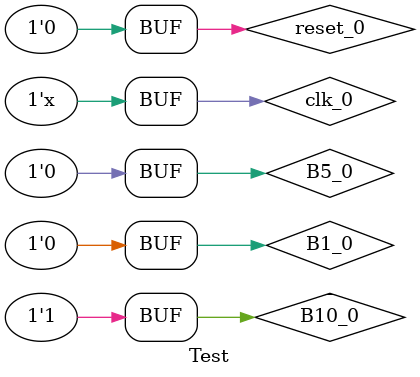
<source format=v>
`timescale 1ns / 1ps

module Test();
    reg clk_0, reset_0, B1_0, B5_0, B10_0;
    wire SUC_0, REST1_0, REST5_0;
    
    always #25 clk_0 = ~clk_0;
    
    Schema_wrapper automat(
    B10_0,
    B1_0,
    B5_0,
    REST1_0,
    REST5_0,
    SUC_0,
    clk_0,
    reset_0
    );
    
    initial begin
        clk_0 = 0; reset_0 = 1;
        #25 reset_0 = 0; 
        #25 B1_0 = 1; B5_0 = 0; B10_0 = 0;
        #50 B1_0 = 1; B5_0 = 0; B10_0 = 0;
        #50 B1_0 = 1; B5_0 = 0; B10_0 = 0;
        #75 B1_0 = 0; B5_0 = 1; B10_0 = 0;
        #150 B1_0 = 0; B5_0 = 0; B10_0 = 1;
        #200 B1_0 = 0; B5_0 = 1; B10_0 = 0;
        #150 reset_0 = 1; B1_0 = 0; B5_0 = 0; B10_0 = 0;
        #125 reset_0 = 0; B1_0 = 0; B5_0 = 0; B10_0 = 1;
    end

endmodule


</source>
